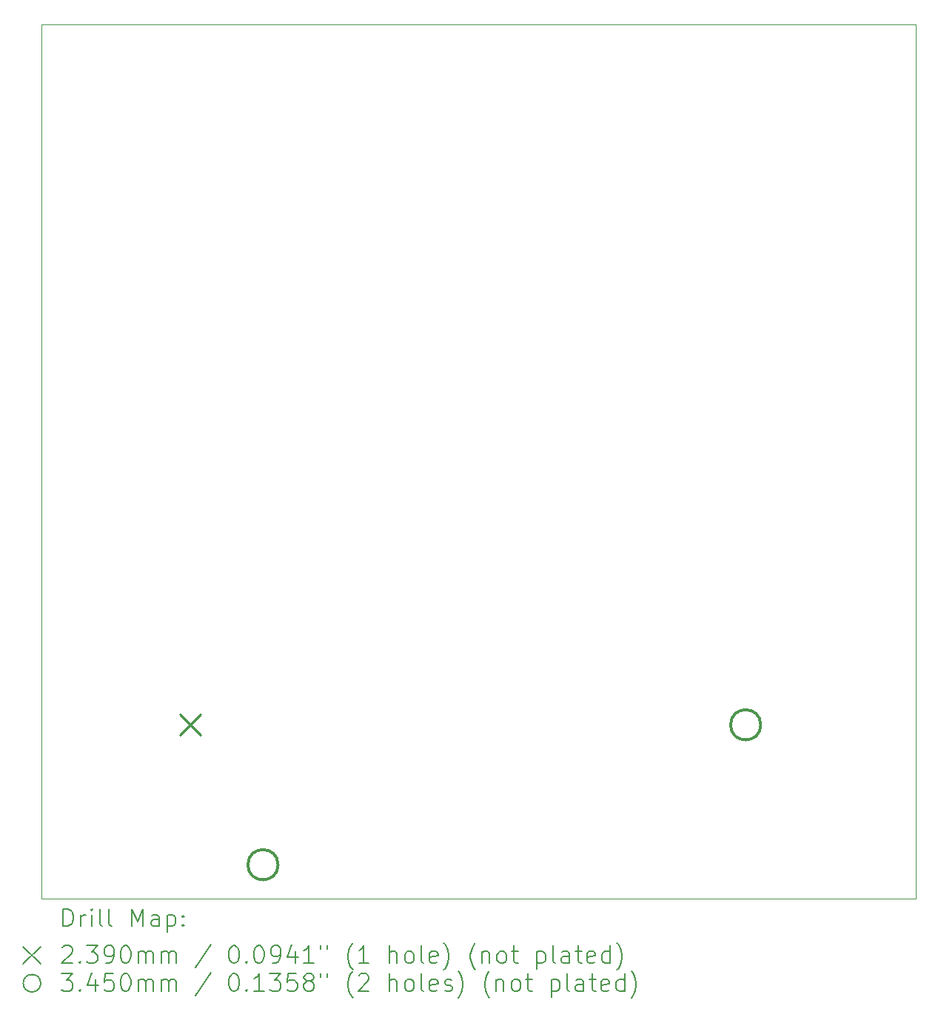
<source format=gbr>
%FSLAX45Y45*%
G04 Gerber Fmt 4.5, Leading zero omitted, Abs format (unit mm)*
G04 Created by KiCad (PCBNEW (6.0.2)) date 2022-04-12 17:31:43*
%MOMM*%
%LPD*%
G01*
G04 APERTURE LIST*
%TA.AperFunction,Profile*%
%ADD10C,0.100000*%
%TD*%
%ADD11C,0.200000*%
%ADD12C,0.239000*%
%ADD13C,0.345000*%
G04 APERTURE END LIST*
D10*
X10828000Y-4144000D02*
X20828000Y-4144000D01*
X20828000Y-4144000D02*
X20828000Y-14144000D01*
X20828000Y-14144000D02*
X10828000Y-14144000D01*
X10828000Y-14144000D02*
X10828000Y-4144000D01*
D11*
D12*
X12412500Y-12034500D02*
X12651500Y-12273500D01*
X12651500Y-12034500D02*
X12412500Y-12273500D01*
D13*
X13537500Y-13754000D02*
G75*
G03*
X13537500Y-13754000I-172500J0D01*
G01*
X19057500Y-12154000D02*
G75*
G03*
X19057500Y-12154000I-172500J0D01*
G01*
D11*
X11080619Y-14459476D02*
X11080619Y-14259476D01*
X11128238Y-14259476D01*
X11156810Y-14269000D01*
X11175857Y-14288048D01*
X11185381Y-14307095D01*
X11194905Y-14345190D01*
X11194905Y-14373762D01*
X11185381Y-14411857D01*
X11175857Y-14430905D01*
X11156810Y-14449952D01*
X11128238Y-14459476D01*
X11080619Y-14459476D01*
X11280619Y-14459476D02*
X11280619Y-14326143D01*
X11280619Y-14364238D02*
X11290143Y-14345190D01*
X11299667Y-14335667D01*
X11318714Y-14326143D01*
X11337762Y-14326143D01*
X11404428Y-14459476D02*
X11404428Y-14326143D01*
X11404428Y-14259476D02*
X11394905Y-14269000D01*
X11404428Y-14278524D01*
X11413952Y-14269000D01*
X11404428Y-14259476D01*
X11404428Y-14278524D01*
X11528238Y-14459476D02*
X11509190Y-14449952D01*
X11499667Y-14430905D01*
X11499667Y-14259476D01*
X11633000Y-14459476D02*
X11613952Y-14449952D01*
X11604428Y-14430905D01*
X11604428Y-14259476D01*
X11861571Y-14459476D02*
X11861571Y-14259476D01*
X11928238Y-14402333D01*
X11994905Y-14259476D01*
X11994905Y-14459476D01*
X12175857Y-14459476D02*
X12175857Y-14354714D01*
X12166333Y-14335667D01*
X12147286Y-14326143D01*
X12109190Y-14326143D01*
X12090143Y-14335667D01*
X12175857Y-14449952D02*
X12156809Y-14459476D01*
X12109190Y-14459476D01*
X12090143Y-14449952D01*
X12080619Y-14430905D01*
X12080619Y-14411857D01*
X12090143Y-14392809D01*
X12109190Y-14383286D01*
X12156809Y-14383286D01*
X12175857Y-14373762D01*
X12271095Y-14326143D02*
X12271095Y-14526143D01*
X12271095Y-14335667D02*
X12290143Y-14326143D01*
X12328238Y-14326143D01*
X12347286Y-14335667D01*
X12356809Y-14345190D01*
X12366333Y-14364238D01*
X12366333Y-14421381D01*
X12356809Y-14440428D01*
X12347286Y-14449952D01*
X12328238Y-14459476D01*
X12290143Y-14459476D01*
X12271095Y-14449952D01*
X12452048Y-14440428D02*
X12461571Y-14449952D01*
X12452048Y-14459476D01*
X12442524Y-14449952D01*
X12452048Y-14440428D01*
X12452048Y-14459476D01*
X12452048Y-14335667D02*
X12461571Y-14345190D01*
X12452048Y-14354714D01*
X12442524Y-14345190D01*
X12452048Y-14335667D01*
X12452048Y-14354714D01*
X10623000Y-14689000D02*
X10823000Y-14889000D01*
X10823000Y-14689000D02*
X10623000Y-14889000D01*
X11071095Y-14698524D02*
X11080619Y-14689000D01*
X11099667Y-14679476D01*
X11147286Y-14679476D01*
X11166333Y-14689000D01*
X11175857Y-14698524D01*
X11185381Y-14717571D01*
X11185381Y-14736619D01*
X11175857Y-14765190D01*
X11061571Y-14879476D01*
X11185381Y-14879476D01*
X11271095Y-14860428D02*
X11280619Y-14869952D01*
X11271095Y-14879476D01*
X11261571Y-14869952D01*
X11271095Y-14860428D01*
X11271095Y-14879476D01*
X11347286Y-14679476D02*
X11471095Y-14679476D01*
X11404428Y-14755667D01*
X11433000Y-14755667D01*
X11452048Y-14765190D01*
X11461571Y-14774714D01*
X11471095Y-14793762D01*
X11471095Y-14841381D01*
X11461571Y-14860428D01*
X11452048Y-14869952D01*
X11433000Y-14879476D01*
X11375857Y-14879476D01*
X11356809Y-14869952D01*
X11347286Y-14860428D01*
X11566333Y-14879476D02*
X11604428Y-14879476D01*
X11623476Y-14869952D01*
X11633000Y-14860428D01*
X11652048Y-14831857D01*
X11661571Y-14793762D01*
X11661571Y-14717571D01*
X11652048Y-14698524D01*
X11642524Y-14689000D01*
X11623476Y-14679476D01*
X11585381Y-14679476D01*
X11566333Y-14689000D01*
X11556809Y-14698524D01*
X11547286Y-14717571D01*
X11547286Y-14765190D01*
X11556809Y-14784238D01*
X11566333Y-14793762D01*
X11585381Y-14803286D01*
X11623476Y-14803286D01*
X11642524Y-14793762D01*
X11652048Y-14784238D01*
X11661571Y-14765190D01*
X11785381Y-14679476D02*
X11804428Y-14679476D01*
X11823476Y-14689000D01*
X11833000Y-14698524D01*
X11842524Y-14717571D01*
X11852048Y-14755667D01*
X11852048Y-14803286D01*
X11842524Y-14841381D01*
X11833000Y-14860428D01*
X11823476Y-14869952D01*
X11804428Y-14879476D01*
X11785381Y-14879476D01*
X11766333Y-14869952D01*
X11756809Y-14860428D01*
X11747286Y-14841381D01*
X11737762Y-14803286D01*
X11737762Y-14755667D01*
X11747286Y-14717571D01*
X11756809Y-14698524D01*
X11766333Y-14689000D01*
X11785381Y-14679476D01*
X11937762Y-14879476D02*
X11937762Y-14746143D01*
X11937762Y-14765190D02*
X11947286Y-14755667D01*
X11966333Y-14746143D01*
X11994905Y-14746143D01*
X12013952Y-14755667D01*
X12023476Y-14774714D01*
X12023476Y-14879476D01*
X12023476Y-14774714D02*
X12033000Y-14755667D01*
X12052048Y-14746143D01*
X12080619Y-14746143D01*
X12099667Y-14755667D01*
X12109190Y-14774714D01*
X12109190Y-14879476D01*
X12204428Y-14879476D02*
X12204428Y-14746143D01*
X12204428Y-14765190D02*
X12213952Y-14755667D01*
X12233000Y-14746143D01*
X12261571Y-14746143D01*
X12280619Y-14755667D01*
X12290143Y-14774714D01*
X12290143Y-14879476D01*
X12290143Y-14774714D02*
X12299667Y-14755667D01*
X12318714Y-14746143D01*
X12347286Y-14746143D01*
X12366333Y-14755667D01*
X12375857Y-14774714D01*
X12375857Y-14879476D01*
X12766333Y-14669952D02*
X12594905Y-14927095D01*
X13023476Y-14679476D02*
X13042524Y-14679476D01*
X13061571Y-14689000D01*
X13071095Y-14698524D01*
X13080619Y-14717571D01*
X13090143Y-14755667D01*
X13090143Y-14803286D01*
X13080619Y-14841381D01*
X13071095Y-14860428D01*
X13061571Y-14869952D01*
X13042524Y-14879476D01*
X13023476Y-14879476D01*
X13004428Y-14869952D01*
X12994905Y-14860428D01*
X12985381Y-14841381D01*
X12975857Y-14803286D01*
X12975857Y-14755667D01*
X12985381Y-14717571D01*
X12994905Y-14698524D01*
X13004428Y-14689000D01*
X13023476Y-14679476D01*
X13175857Y-14860428D02*
X13185381Y-14869952D01*
X13175857Y-14879476D01*
X13166333Y-14869952D01*
X13175857Y-14860428D01*
X13175857Y-14879476D01*
X13309190Y-14679476D02*
X13328238Y-14679476D01*
X13347286Y-14689000D01*
X13356809Y-14698524D01*
X13366333Y-14717571D01*
X13375857Y-14755667D01*
X13375857Y-14803286D01*
X13366333Y-14841381D01*
X13356809Y-14860428D01*
X13347286Y-14869952D01*
X13328238Y-14879476D01*
X13309190Y-14879476D01*
X13290143Y-14869952D01*
X13280619Y-14860428D01*
X13271095Y-14841381D01*
X13261571Y-14803286D01*
X13261571Y-14755667D01*
X13271095Y-14717571D01*
X13280619Y-14698524D01*
X13290143Y-14689000D01*
X13309190Y-14679476D01*
X13471095Y-14879476D02*
X13509190Y-14879476D01*
X13528238Y-14869952D01*
X13537762Y-14860428D01*
X13556809Y-14831857D01*
X13566333Y-14793762D01*
X13566333Y-14717571D01*
X13556809Y-14698524D01*
X13547286Y-14689000D01*
X13528238Y-14679476D01*
X13490143Y-14679476D01*
X13471095Y-14689000D01*
X13461571Y-14698524D01*
X13452048Y-14717571D01*
X13452048Y-14765190D01*
X13461571Y-14784238D01*
X13471095Y-14793762D01*
X13490143Y-14803286D01*
X13528238Y-14803286D01*
X13547286Y-14793762D01*
X13556809Y-14784238D01*
X13566333Y-14765190D01*
X13737762Y-14746143D02*
X13737762Y-14879476D01*
X13690143Y-14669952D02*
X13642524Y-14812809D01*
X13766333Y-14812809D01*
X13947286Y-14879476D02*
X13833000Y-14879476D01*
X13890143Y-14879476D02*
X13890143Y-14679476D01*
X13871095Y-14708048D01*
X13852048Y-14727095D01*
X13833000Y-14736619D01*
X14023476Y-14679476D02*
X14023476Y-14717571D01*
X14099667Y-14679476D02*
X14099667Y-14717571D01*
X14394905Y-14955667D02*
X14385381Y-14946143D01*
X14366333Y-14917571D01*
X14356809Y-14898524D01*
X14347286Y-14869952D01*
X14337762Y-14822333D01*
X14337762Y-14784238D01*
X14347286Y-14736619D01*
X14356809Y-14708048D01*
X14366333Y-14689000D01*
X14385381Y-14660428D01*
X14394905Y-14650905D01*
X14575857Y-14879476D02*
X14461571Y-14879476D01*
X14518714Y-14879476D02*
X14518714Y-14679476D01*
X14499667Y-14708048D01*
X14480619Y-14727095D01*
X14461571Y-14736619D01*
X14813952Y-14879476D02*
X14813952Y-14679476D01*
X14899667Y-14879476D02*
X14899667Y-14774714D01*
X14890143Y-14755667D01*
X14871095Y-14746143D01*
X14842524Y-14746143D01*
X14823476Y-14755667D01*
X14813952Y-14765190D01*
X15023476Y-14879476D02*
X15004428Y-14869952D01*
X14994905Y-14860428D01*
X14985381Y-14841381D01*
X14985381Y-14784238D01*
X14994905Y-14765190D01*
X15004428Y-14755667D01*
X15023476Y-14746143D01*
X15052048Y-14746143D01*
X15071095Y-14755667D01*
X15080619Y-14765190D01*
X15090143Y-14784238D01*
X15090143Y-14841381D01*
X15080619Y-14860428D01*
X15071095Y-14869952D01*
X15052048Y-14879476D01*
X15023476Y-14879476D01*
X15204428Y-14879476D02*
X15185381Y-14869952D01*
X15175857Y-14850905D01*
X15175857Y-14679476D01*
X15356809Y-14869952D02*
X15337762Y-14879476D01*
X15299667Y-14879476D01*
X15280619Y-14869952D01*
X15271095Y-14850905D01*
X15271095Y-14774714D01*
X15280619Y-14755667D01*
X15299667Y-14746143D01*
X15337762Y-14746143D01*
X15356809Y-14755667D01*
X15366333Y-14774714D01*
X15366333Y-14793762D01*
X15271095Y-14812809D01*
X15433000Y-14955667D02*
X15442524Y-14946143D01*
X15461571Y-14917571D01*
X15471095Y-14898524D01*
X15480619Y-14869952D01*
X15490143Y-14822333D01*
X15490143Y-14784238D01*
X15480619Y-14736619D01*
X15471095Y-14708048D01*
X15461571Y-14689000D01*
X15442524Y-14660428D01*
X15433000Y-14650905D01*
X15794905Y-14955667D02*
X15785381Y-14946143D01*
X15766333Y-14917571D01*
X15756809Y-14898524D01*
X15747286Y-14869952D01*
X15737762Y-14822333D01*
X15737762Y-14784238D01*
X15747286Y-14736619D01*
X15756809Y-14708048D01*
X15766333Y-14689000D01*
X15785381Y-14660428D01*
X15794905Y-14650905D01*
X15871095Y-14746143D02*
X15871095Y-14879476D01*
X15871095Y-14765190D02*
X15880619Y-14755667D01*
X15899667Y-14746143D01*
X15928238Y-14746143D01*
X15947286Y-14755667D01*
X15956809Y-14774714D01*
X15956809Y-14879476D01*
X16080619Y-14879476D02*
X16061571Y-14869952D01*
X16052048Y-14860428D01*
X16042524Y-14841381D01*
X16042524Y-14784238D01*
X16052048Y-14765190D01*
X16061571Y-14755667D01*
X16080619Y-14746143D01*
X16109190Y-14746143D01*
X16128238Y-14755667D01*
X16137762Y-14765190D01*
X16147286Y-14784238D01*
X16147286Y-14841381D01*
X16137762Y-14860428D01*
X16128238Y-14869952D01*
X16109190Y-14879476D01*
X16080619Y-14879476D01*
X16204428Y-14746143D02*
X16280619Y-14746143D01*
X16233000Y-14679476D02*
X16233000Y-14850905D01*
X16242524Y-14869952D01*
X16261571Y-14879476D01*
X16280619Y-14879476D01*
X16499667Y-14746143D02*
X16499667Y-14946143D01*
X16499667Y-14755667D02*
X16518714Y-14746143D01*
X16556809Y-14746143D01*
X16575857Y-14755667D01*
X16585381Y-14765190D01*
X16594905Y-14784238D01*
X16594905Y-14841381D01*
X16585381Y-14860428D01*
X16575857Y-14869952D01*
X16556809Y-14879476D01*
X16518714Y-14879476D01*
X16499667Y-14869952D01*
X16709190Y-14879476D02*
X16690143Y-14869952D01*
X16680619Y-14850905D01*
X16680619Y-14679476D01*
X16871095Y-14879476D02*
X16871095Y-14774714D01*
X16861571Y-14755667D01*
X16842524Y-14746143D01*
X16804429Y-14746143D01*
X16785381Y-14755667D01*
X16871095Y-14869952D02*
X16852048Y-14879476D01*
X16804429Y-14879476D01*
X16785381Y-14869952D01*
X16775857Y-14850905D01*
X16775857Y-14831857D01*
X16785381Y-14812809D01*
X16804429Y-14803286D01*
X16852048Y-14803286D01*
X16871095Y-14793762D01*
X16937762Y-14746143D02*
X17013952Y-14746143D01*
X16966333Y-14679476D02*
X16966333Y-14850905D01*
X16975857Y-14869952D01*
X16994905Y-14879476D01*
X17013952Y-14879476D01*
X17156810Y-14869952D02*
X17137762Y-14879476D01*
X17099667Y-14879476D01*
X17080619Y-14869952D01*
X17071095Y-14850905D01*
X17071095Y-14774714D01*
X17080619Y-14755667D01*
X17099667Y-14746143D01*
X17137762Y-14746143D01*
X17156810Y-14755667D01*
X17166333Y-14774714D01*
X17166333Y-14793762D01*
X17071095Y-14812809D01*
X17337762Y-14879476D02*
X17337762Y-14679476D01*
X17337762Y-14869952D02*
X17318714Y-14879476D01*
X17280619Y-14879476D01*
X17261571Y-14869952D01*
X17252048Y-14860428D01*
X17242524Y-14841381D01*
X17242524Y-14784238D01*
X17252048Y-14765190D01*
X17261571Y-14755667D01*
X17280619Y-14746143D01*
X17318714Y-14746143D01*
X17337762Y-14755667D01*
X17413952Y-14955667D02*
X17423476Y-14946143D01*
X17442524Y-14917571D01*
X17452048Y-14898524D01*
X17461571Y-14869952D01*
X17471095Y-14822333D01*
X17471095Y-14784238D01*
X17461571Y-14736619D01*
X17452048Y-14708048D01*
X17442524Y-14689000D01*
X17423476Y-14660428D01*
X17413952Y-14650905D01*
X10823000Y-15109000D02*
G75*
G03*
X10823000Y-15109000I-100000J0D01*
G01*
X11061571Y-14999476D02*
X11185381Y-14999476D01*
X11118714Y-15075667D01*
X11147286Y-15075667D01*
X11166333Y-15085190D01*
X11175857Y-15094714D01*
X11185381Y-15113762D01*
X11185381Y-15161381D01*
X11175857Y-15180428D01*
X11166333Y-15189952D01*
X11147286Y-15199476D01*
X11090143Y-15199476D01*
X11071095Y-15189952D01*
X11061571Y-15180428D01*
X11271095Y-15180428D02*
X11280619Y-15189952D01*
X11271095Y-15199476D01*
X11261571Y-15189952D01*
X11271095Y-15180428D01*
X11271095Y-15199476D01*
X11452048Y-15066143D02*
X11452048Y-15199476D01*
X11404428Y-14989952D02*
X11356809Y-15132809D01*
X11480619Y-15132809D01*
X11652048Y-14999476D02*
X11556809Y-14999476D01*
X11547286Y-15094714D01*
X11556809Y-15085190D01*
X11575857Y-15075667D01*
X11623476Y-15075667D01*
X11642524Y-15085190D01*
X11652048Y-15094714D01*
X11661571Y-15113762D01*
X11661571Y-15161381D01*
X11652048Y-15180428D01*
X11642524Y-15189952D01*
X11623476Y-15199476D01*
X11575857Y-15199476D01*
X11556809Y-15189952D01*
X11547286Y-15180428D01*
X11785381Y-14999476D02*
X11804428Y-14999476D01*
X11823476Y-15009000D01*
X11833000Y-15018524D01*
X11842524Y-15037571D01*
X11852048Y-15075667D01*
X11852048Y-15123286D01*
X11842524Y-15161381D01*
X11833000Y-15180428D01*
X11823476Y-15189952D01*
X11804428Y-15199476D01*
X11785381Y-15199476D01*
X11766333Y-15189952D01*
X11756809Y-15180428D01*
X11747286Y-15161381D01*
X11737762Y-15123286D01*
X11737762Y-15075667D01*
X11747286Y-15037571D01*
X11756809Y-15018524D01*
X11766333Y-15009000D01*
X11785381Y-14999476D01*
X11937762Y-15199476D02*
X11937762Y-15066143D01*
X11937762Y-15085190D02*
X11947286Y-15075667D01*
X11966333Y-15066143D01*
X11994905Y-15066143D01*
X12013952Y-15075667D01*
X12023476Y-15094714D01*
X12023476Y-15199476D01*
X12023476Y-15094714D02*
X12033000Y-15075667D01*
X12052048Y-15066143D01*
X12080619Y-15066143D01*
X12099667Y-15075667D01*
X12109190Y-15094714D01*
X12109190Y-15199476D01*
X12204428Y-15199476D02*
X12204428Y-15066143D01*
X12204428Y-15085190D02*
X12213952Y-15075667D01*
X12233000Y-15066143D01*
X12261571Y-15066143D01*
X12280619Y-15075667D01*
X12290143Y-15094714D01*
X12290143Y-15199476D01*
X12290143Y-15094714D02*
X12299667Y-15075667D01*
X12318714Y-15066143D01*
X12347286Y-15066143D01*
X12366333Y-15075667D01*
X12375857Y-15094714D01*
X12375857Y-15199476D01*
X12766333Y-14989952D02*
X12594905Y-15247095D01*
X13023476Y-14999476D02*
X13042524Y-14999476D01*
X13061571Y-15009000D01*
X13071095Y-15018524D01*
X13080619Y-15037571D01*
X13090143Y-15075667D01*
X13090143Y-15123286D01*
X13080619Y-15161381D01*
X13071095Y-15180428D01*
X13061571Y-15189952D01*
X13042524Y-15199476D01*
X13023476Y-15199476D01*
X13004428Y-15189952D01*
X12994905Y-15180428D01*
X12985381Y-15161381D01*
X12975857Y-15123286D01*
X12975857Y-15075667D01*
X12985381Y-15037571D01*
X12994905Y-15018524D01*
X13004428Y-15009000D01*
X13023476Y-14999476D01*
X13175857Y-15180428D02*
X13185381Y-15189952D01*
X13175857Y-15199476D01*
X13166333Y-15189952D01*
X13175857Y-15180428D01*
X13175857Y-15199476D01*
X13375857Y-15199476D02*
X13261571Y-15199476D01*
X13318714Y-15199476D02*
X13318714Y-14999476D01*
X13299667Y-15028048D01*
X13280619Y-15047095D01*
X13261571Y-15056619D01*
X13442524Y-14999476D02*
X13566333Y-14999476D01*
X13499667Y-15075667D01*
X13528238Y-15075667D01*
X13547286Y-15085190D01*
X13556809Y-15094714D01*
X13566333Y-15113762D01*
X13566333Y-15161381D01*
X13556809Y-15180428D01*
X13547286Y-15189952D01*
X13528238Y-15199476D01*
X13471095Y-15199476D01*
X13452048Y-15189952D01*
X13442524Y-15180428D01*
X13747286Y-14999476D02*
X13652048Y-14999476D01*
X13642524Y-15094714D01*
X13652048Y-15085190D01*
X13671095Y-15075667D01*
X13718714Y-15075667D01*
X13737762Y-15085190D01*
X13747286Y-15094714D01*
X13756809Y-15113762D01*
X13756809Y-15161381D01*
X13747286Y-15180428D01*
X13737762Y-15189952D01*
X13718714Y-15199476D01*
X13671095Y-15199476D01*
X13652048Y-15189952D01*
X13642524Y-15180428D01*
X13871095Y-15085190D02*
X13852048Y-15075667D01*
X13842524Y-15066143D01*
X13833000Y-15047095D01*
X13833000Y-15037571D01*
X13842524Y-15018524D01*
X13852048Y-15009000D01*
X13871095Y-14999476D01*
X13909190Y-14999476D01*
X13928238Y-15009000D01*
X13937762Y-15018524D01*
X13947286Y-15037571D01*
X13947286Y-15047095D01*
X13937762Y-15066143D01*
X13928238Y-15075667D01*
X13909190Y-15085190D01*
X13871095Y-15085190D01*
X13852048Y-15094714D01*
X13842524Y-15104238D01*
X13833000Y-15123286D01*
X13833000Y-15161381D01*
X13842524Y-15180428D01*
X13852048Y-15189952D01*
X13871095Y-15199476D01*
X13909190Y-15199476D01*
X13928238Y-15189952D01*
X13937762Y-15180428D01*
X13947286Y-15161381D01*
X13947286Y-15123286D01*
X13937762Y-15104238D01*
X13928238Y-15094714D01*
X13909190Y-15085190D01*
X14023476Y-14999476D02*
X14023476Y-15037571D01*
X14099667Y-14999476D02*
X14099667Y-15037571D01*
X14394905Y-15275667D02*
X14385381Y-15266143D01*
X14366333Y-15237571D01*
X14356809Y-15218524D01*
X14347286Y-15189952D01*
X14337762Y-15142333D01*
X14337762Y-15104238D01*
X14347286Y-15056619D01*
X14356809Y-15028048D01*
X14366333Y-15009000D01*
X14385381Y-14980428D01*
X14394905Y-14970905D01*
X14461571Y-15018524D02*
X14471095Y-15009000D01*
X14490143Y-14999476D01*
X14537762Y-14999476D01*
X14556809Y-15009000D01*
X14566333Y-15018524D01*
X14575857Y-15037571D01*
X14575857Y-15056619D01*
X14566333Y-15085190D01*
X14452048Y-15199476D01*
X14575857Y-15199476D01*
X14813952Y-15199476D02*
X14813952Y-14999476D01*
X14899667Y-15199476D02*
X14899667Y-15094714D01*
X14890143Y-15075667D01*
X14871095Y-15066143D01*
X14842524Y-15066143D01*
X14823476Y-15075667D01*
X14813952Y-15085190D01*
X15023476Y-15199476D02*
X15004428Y-15189952D01*
X14994905Y-15180428D01*
X14985381Y-15161381D01*
X14985381Y-15104238D01*
X14994905Y-15085190D01*
X15004428Y-15075667D01*
X15023476Y-15066143D01*
X15052048Y-15066143D01*
X15071095Y-15075667D01*
X15080619Y-15085190D01*
X15090143Y-15104238D01*
X15090143Y-15161381D01*
X15080619Y-15180428D01*
X15071095Y-15189952D01*
X15052048Y-15199476D01*
X15023476Y-15199476D01*
X15204428Y-15199476D02*
X15185381Y-15189952D01*
X15175857Y-15170905D01*
X15175857Y-14999476D01*
X15356809Y-15189952D02*
X15337762Y-15199476D01*
X15299667Y-15199476D01*
X15280619Y-15189952D01*
X15271095Y-15170905D01*
X15271095Y-15094714D01*
X15280619Y-15075667D01*
X15299667Y-15066143D01*
X15337762Y-15066143D01*
X15356809Y-15075667D01*
X15366333Y-15094714D01*
X15366333Y-15113762D01*
X15271095Y-15132809D01*
X15442524Y-15189952D02*
X15461571Y-15199476D01*
X15499667Y-15199476D01*
X15518714Y-15189952D01*
X15528238Y-15170905D01*
X15528238Y-15161381D01*
X15518714Y-15142333D01*
X15499667Y-15132809D01*
X15471095Y-15132809D01*
X15452048Y-15123286D01*
X15442524Y-15104238D01*
X15442524Y-15094714D01*
X15452048Y-15075667D01*
X15471095Y-15066143D01*
X15499667Y-15066143D01*
X15518714Y-15075667D01*
X15594905Y-15275667D02*
X15604428Y-15266143D01*
X15623476Y-15237571D01*
X15633000Y-15218524D01*
X15642524Y-15189952D01*
X15652048Y-15142333D01*
X15652048Y-15104238D01*
X15642524Y-15056619D01*
X15633000Y-15028048D01*
X15623476Y-15009000D01*
X15604428Y-14980428D01*
X15594905Y-14970905D01*
X15956809Y-15275667D02*
X15947286Y-15266143D01*
X15928238Y-15237571D01*
X15918714Y-15218524D01*
X15909190Y-15189952D01*
X15899667Y-15142333D01*
X15899667Y-15104238D01*
X15909190Y-15056619D01*
X15918714Y-15028048D01*
X15928238Y-15009000D01*
X15947286Y-14980428D01*
X15956809Y-14970905D01*
X16033000Y-15066143D02*
X16033000Y-15199476D01*
X16033000Y-15085190D02*
X16042524Y-15075667D01*
X16061571Y-15066143D01*
X16090143Y-15066143D01*
X16109190Y-15075667D01*
X16118714Y-15094714D01*
X16118714Y-15199476D01*
X16242524Y-15199476D02*
X16223476Y-15189952D01*
X16213952Y-15180428D01*
X16204428Y-15161381D01*
X16204428Y-15104238D01*
X16213952Y-15085190D01*
X16223476Y-15075667D01*
X16242524Y-15066143D01*
X16271095Y-15066143D01*
X16290143Y-15075667D01*
X16299667Y-15085190D01*
X16309190Y-15104238D01*
X16309190Y-15161381D01*
X16299667Y-15180428D01*
X16290143Y-15189952D01*
X16271095Y-15199476D01*
X16242524Y-15199476D01*
X16366333Y-15066143D02*
X16442524Y-15066143D01*
X16394905Y-14999476D02*
X16394905Y-15170905D01*
X16404428Y-15189952D01*
X16423476Y-15199476D01*
X16442524Y-15199476D01*
X16661571Y-15066143D02*
X16661571Y-15266143D01*
X16661571Y-15075667D02*
X16680619Y-15066143D01*
X16718714Y-15066143D01*
X16737762Y-15075667D01*
X16747286Y-15085190D01*
X16756809Y-15104238D01*
X16756809Y-15161381D01*
X16747286Y-15180428D01*
X16737762Y-15189952D01*
X16718714Y-15199476D01*
X16680619Y-15199476D01*
X16661571Y-15189952D01*
X16871095Y-15199476D02*
X16852048Y-15189952D01*
X16842524Y-15170905D01*
X16842524Y-14999476D01*
X17033000Y-15199476D02*
X17033000Y-15094714D01*
X17023476Y-15075667D01*
X17004429Y-15066143D01*
X16966333Y-15066143D01*
X16947286Y-15075667D01*
X17033000Y-15189952D02*
X17013952Y-15199476D01*
X16966333Y-15199476D01*
X16947286Y-15189952D01*
X16937762Y-15170905D01*
X16937762Y-15151857D01*
X16947286Y-15132809D01*
X16966333Y-15123286D01*
X17013952Y-15123286D01*
X17033000Y-15113762D01*
X17099667Y-15066143D02*
X17175857Y-15066143D01*
X17128238Y-14999476D02*
X17128238Y-15170905D01*
X17137762Y-15189952D01*
X17156810Y-15199476D01*
X17175857Y-15199476D01*
X17318714Y-15189952D02*
X17299667Y-15199476D01*
X17261571Y-15199476D01*
X17242524Y-15189952D01*
X17233000Y-15170905D01*
X17233000Y-15094714D01*
X17242524Y-15075667D01*
X17261571Y-15066143D01*
X17299667Y-15066143D01*
X17318714Y-15075667D01*
X17328238Y-15094714D01*
X17328238Y-15113762D01*
X17233000Y-15132809D01*
X17499667Y-15199476D02*
X17499667Y-14999476D01*
X17499667Y-15189952D02*
X17480619Y-15199476D01*
X17442524Y-15199476D01*
X17423476Y-15189952D01*
X17413952Y-15180428D01*
X17404429Y-15161381D01*
X17404429Y-15104238D01*
X17413952Y-15085190D01*
X17423476Y-15075667D01*
X17442524Y-15066143D01*
X17480619Y-15066143D01*
X17499667Y-15075667D01*
X17575857Y-15275667D02*
X17585381Y-15266143D01*
X17604429Y-15237571D01*
X17613952Y-15218524D01*
X17623476Y-15189952D01*
X17633000Y-15142333D01*
X17633000Y-15104238D01*
X17623476Y-15056619D01*
X17613952Y-15028048D01*
X17604429Y-15009000D01*
X17585381Y-14980428D01*
X17575857Y-14970905D01*
M02*

</source>
